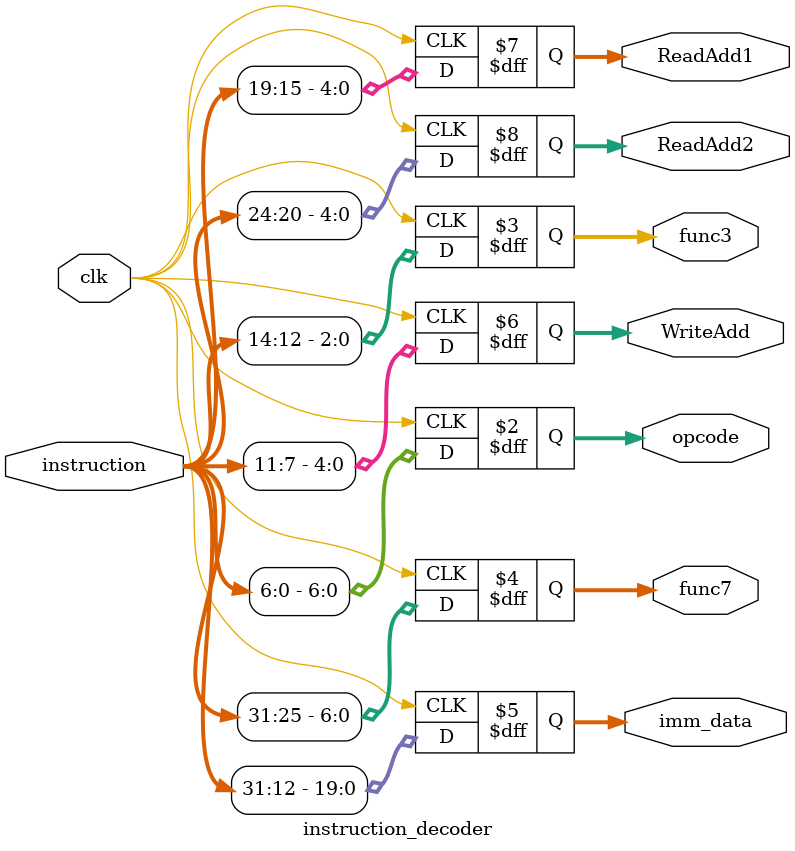
<source format=v>
module instruction_decoder(
    input clk,
    input [31:0] instruction,
    output reg [6:0] opcode,
    output reg [2:0] func3,
    output reg [6:0] func7,
    output reg [19:0] imm_data,
    output reg [4:0] WriteAdd,
    output reg [4:0] ReadAdd1,
    output reg [4:0] ReadAdd2
);
    always@(posedge clk) begin
        opcode<=instruction[6:0];       //opcode 7 bits (bits[6:0])
        func3<=instruction[14:12];      //func3 3 bits (bits[14:12])
        func7<=instruction[31:25];      //func7 7 bits (bits[31:25])

        //utype load immediate
        imm_data<=instruction[31:12];   //immediate data 20 bits (bits[31:12])

        //register addresses
        WriteAdd<=instruction[11:7];    //destination register Rd 5 bits (bits[11:7])
        ReadAdd1<=instruction[19:15];   //source register Rs1 5 bits (bits[19:15])
        ReadAdd2<=instruction[24:20];   //source register Rs2 5 bits (bits[24:20])
    end
endmodule

</source>
